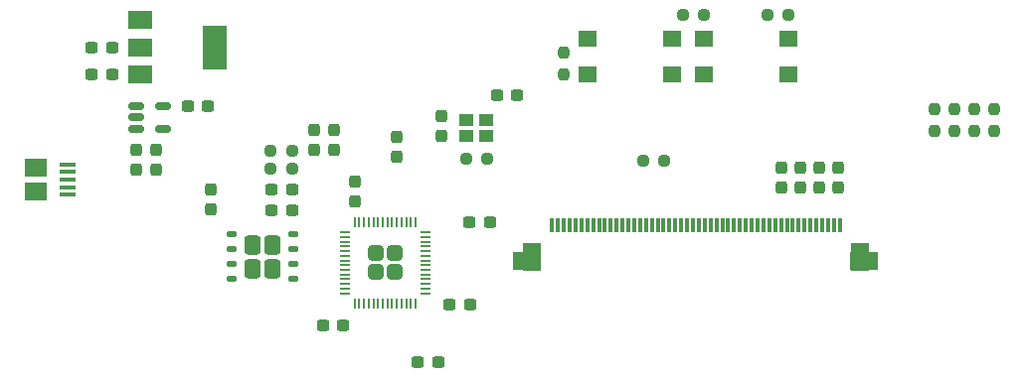
<source format=gbr>
%TF.GenerationSoftware,KiCad,Pcbnew,(7.0.0)*%
%TF.CreationDate,2023-06-08T20:43:27-04:00*%
%TF.ProjectId,tft controller new,74667420-636f-46e7-9472-6f6c6c657220,rev?*%
%TF.SameCoordinates,Original*%
%TF.FileFunction,Paste,Top*%
%TF.FilePolarity,Positive*%
%FSLAX46Y46*%
G04 Gerber Fmt 4.6, Leading zero omitted, Abs format (unit mm)*
G04 Created by KiCad (PCBNEW (7.0.0)) date 2023-06-08 20:43:27*
%MOMM*%
%LPD*%
G01*
G04 APERTURE LIST*
G04 Aperture macros list*
%AMRoundRect*
0 Rectangle with rounded corners*
0 $1 Rounding radius*
0 $2 $3 $4 $5 $6 $7 $8 $9 X,Y pos of 4 corners*
0 Add a 4 corners polygon primitive as box body*
4,1,4,$2,$3,$4,$5,$6,$7,$8,$9,$2,$3,0*
0 Add four circle primitives for the rounded corners*
1,1,$1+$1,$2,$3*
1,1,$1+$1,$4,$5*
1,1,$1+$1,$6,$7*
1,1,$1+$1,$8,$9*
0 Add four rect primitives between the rounded corners*
20,1,$1+$1,$2,$3,$4,$5,0*
20,1,$1+$1,$4,$5,$6,$7,0*
20,1,$1+$1,$6,$7,$8,$9,0*
20,1,$1+$1,$8,$9,$2,$3,0*%
G04 Aperture macros list end*
%ADD10RoundRect,0.237500X0.300000X0.237500X-0.300000X0.237500X-0.300000X-0.237500X0.300000X-0.237500X0*%
%ADD11RoundRect,0.237500X0.250000X0.237500X-0.250000X0.237500X-0.250000X-0.237500X0.250000X-0.237500X0*%
%ADD12R,1.600000X1.400000*%
%ADD13RoundRect,0.237500X0.237500X-0.250000X0.237500X0.250000X-0.237500X0.250000X-0.237500X-0.250000X0*%
%ADD14RoundRect,0.237500X0.237500X-0.300000X0.237500X0.300000X-0.237500X0.300000X-0.237500X-0.300000X0*%
%ADD15R,2.000000X1.500000*%
%ADD16R,2.000000X3.800000*%
%ADD17RoundRect,0.237500X-0.250000X-0.237500X0.250000X-0.237500X0.250000X0.237500X-0.250000X0.237500X0*%
%ADD18RoundRect,0.249999X0.395001X-0.395001X0.395001X0.395001X-0.395001X0.395001X-0.395001X-0.395001X0*%
%ADD19RoundRect,0.050000X0.050000X-0.387500X0.050000X0.387500X-0.050000X0.387500X-0.050000X-0.387500X0*%
%ADD20RoundRect,0.050000X0.387500X-0.050000X0.387500X0.050000X-0.387500X0.050000X-0.387500X-0.050000X0*%
%ADD21RoundRect,0.237500X-0.300000X-0.237500X0.300000X-0.237500X0.300000X0.237500X-0.300000X0.237500X0*%
%ADD22RoundRect,0.237500X-0.237500X0.300000X-0.237500X-0.300000X0.237500X-0.300000X0.237500X0.300000X0*%
%ADD23RoundRect,0.150000X-0.512500X-0.150000X0.512500X-0.150000X0.512500X0.150000X-0.512500X0.150000X0*%
%ADD24R,2.400000X1.600000*%
%ADD25R,1.600000X2.400000*%
%ADD26R,0.300000X1.200000*%
%ADD27R,1.150000X1.000000*%
%ADD28R,1.350000X0.400000*%
%ADD29R,1.900000X1.500000*%
%ADD30RoundRect,0.250000X-0.435000X-0.555000X0.435000X-0.555000X0.435000X0.555000X-0.435000X0.555000X0*%
%ADD31RoundRect,0.125000X-0.262500X-0.125000X0.262500X-0.125000X0.262500X0.125000X-0.262500X0.125000X0*%
G04 APERTURE END LIST*
D10*
%TO.C,C3*%
X98862500Y-108700000D03*
X97137500Y-108700000D03*
%TD*%
D11*
%TO.C,R2*%
X83712500Y-97100000D03*
X81887500Y-97100000D03*
%TD*%
D12*
%TO.C,SW1*%
X118799999Y-85999999D03*
X125999999Y-85999999D03*
X118799999Y-88999999D03*
X125999999Y-88999999D03*
%TD*%
D13*
%TO.C,R6*%
X106800000Y-89000000D03*
X106800000Y-87175000D03*
%TD*%
D14*
%TO.C,C16*%
X128600000Y-98662500D03*
X128600000Y-96937500D03*
%TD*%
%TO.C,C17*%
X127000000Y-98662500D03*
X127000000Y-96937500D03*
%TD*%
D12*
%TO.C,SW2*%
X108899999Y-85999999D03*
X116099999Y-85999999D03*
X108899999Y-88999999D03*
X116099999Y-88999999D03*
%TD*%
D11*
%TO.C,R7*%
X115412500Y-96400000D03*
X113587500Y-96400000D03*
%TD*%
D14*
%TO.C,C1*%
X89031260Y-99862500D03*
X89031260Y-98137500D03*
%TD*%
D10*
%TO.C,C6*%
X83700000Y-98800000D03*
X81975000Y-98800000D03*
%TD*%
D14*
%TO.C,C11*%
X85600000Y-95462500D03*
X85600000Y-93737500D03*
%TD*%
D15*
%TO.C,U3*%
X70799999Y-84399999D03*
X70799999Y-86699999D03*
D16*
X77099999Y-86699999D03*
D15*
X70799999Y-88999999D03*
%TD*%
D17*
%TO.C,R5*%
X124175000Y-83900000D03*
X126000000Y-83900000D03*
%TD*%
D14*
%TO.C,C18*%
X125350000Y-98662500D03*
X125350000Y-96937500D03*
%TD*%
D18*
%TO.C,U2*%
X90831260Y-105900000D03*
X92431260Y-105900000D03*
X90831260Y-104300000D03*
X92431260Y-104300000D03*
D19*
X89031260Y-108537500D03*
X89431260Y-108537500D03*
X89831260Y-108537500D03*
X90231260Y-108537500D03*
X90631260Y-108537500D03*
X91031260Y-108537500D03*
X91431260Y-108537500D03*
X91831260Y-108537500D03*
X92231260Y-108537500D03*
X92631260Y-108537500D03*
X93031260Y-108537500D03*
X93431260Y-108537500D03*
X93831260Y-108537500D03*
X94231260Y-108537500D03*
D20*
X95068760Y-107700000D03*
X95068760Y-107300000D03*
X95068760Y-106900000D03*
X95068760Y-106500000D03*
X95068760Y-106100000D03*
X95068760Y-105700000D03*
X95068760Y-105300000D03*
X95068760Y-104900000D03*
X95068760Y-104500000D03*
X95068760Y-104100000D03*
X95068760Y-103700000D03*
X95068760Y-103300000D03*
X95068760Y-102900000D03*
X95068760Y-102500000D03*
D19*
X94231260Y-101662500D03*
X93831260Y-101662500D03*
X93431260Y-101662500D03*
X93031260Y-101662500D03*
X92631260Y-101662500D03*
X92231260Y-101662500D03*
X91831260Y-101662500D03*
X91431260Y-101662500D03*
X91031260Y-101662500D03*
X90631260Y-101662500D03*
X90231260Y-101662500D03*
X89831260Y-101662500D03*
X89431260Y-101662500D03*
X89031260Y-101662500D03*
D20*
X88193760Y-102500000D03*
X88193760Y-102900000D03*
X88193760Y-103300000D03*
X88193760Y-103700000D03*
X88193760Y-104100000D03*
X88193760Y-104500000D03*
X88193760Y-104900000D03*
X88193760Y-105300000D03*
X88193760Y-105700000D03*
X88193760Y-106100000D03*
X88193760Y-106500000D03*
X88193760Y-106900000D03*
X88193760Y-107300000D03*
X88193760Y-107700000D03*
%TD*%
D21*
%TO.C,C9*%
X98837500Y-101600000D03*
X100562500Y-101600000D03*
%TD*%
D17*
%TO.C,R4*%
X116975000Y-83900000D03*
X118800000Y-83900000D03*
%TD*%
D13*
%TO.C,R9*%
X141800000Y-93812500D03*
X141800000Y-91987500D03*
%TD*%
%TO.C,R10*%
X140100000Y-93812500D03*
X140100000Y-91987500D03*
%TD*%
D22*
%TO.C,C20*%
X70462500Y-95437500D03*
X70462500Y-97162500D03*
%TD*%
D13*
%TO.C,R8*%
X143500000Y-93812500D03*
X143500000Y-91987500D03*
%TD*%
D10*
%TO.C,C14*%
X68362500Y-89000000D03*
X66637500Y-89000000D03*
%TD*%
D17*
%TO.C,R1*%
X98525000Y-96200000D03*
X100350000Y-96200000D03*
%TD*%
D23*
%TO.C,U4*%
X70462500Y-91750000D03*
X70462500Y-92700000D03*
X70462500Y-93650000D03*
X72737500Y-93650000D03*
X72737500Y-91750000D03*
%TD*%
D24*
%TO.C,DS1*%
X132449999Y-104974999D03*
D25*
X132049999Y-104574999D03*
X104149999Y-104574999D03*
D24*
X103749999Y-104974999D03*
D26*
X130349999Y-101874999D03*
X129849999Y-101874999D03*
X129349999Y-101874999D03*
X128849999Y-101874999D03*
X128349999Y-101874999D03*
X127849999Y-101874999D03*
X127349999Y-101874999D03*
X126849999Y-101874999D03*
X126349999Y-101874999D03*
X125849999Y-101874999D03*
X125349999Y-101874999D03*
X124849999Y-101874999D03*
X124349999Y-101874999D03*
X123849999Y-101874999D03*
X123349999Y-101874999D03*
X122849999Y-101874999D03*
X122349999Y-101874999D03*
X121849999Y-101874999D03*
X121349999Y-101874999D03*
X120849999Y-101874999D03*
X120349999Y-101874999D03*
X119849999Y-101874999D03*
X119349999Y-101874999D03*
X118849999Y-101874999D03*
X118349999Y-101874999D03*
X117849999Y-101874999D03*
X117349999Y-101874999D03*
X116849999Y-101874999D03*
X116349999Y-101874999D03*
X115849999Y-101874999D03*
X115349999Y-101874999D03*
X114849999Y-101874999D03*
X114349999Y-101874999D03*
X113849999Y-101874999D03*
X113349999Y-101874999D03*
X112849999Y-101874999D03*
X112349999Y-101874999D03*
X111849999Y-101874999D03*
X111349999Y-101874999D03*
X110849999Y-101874999D03*
X110349999Y-101874999D03*
X109849999Y-101874999D03*
X109349999Y-101874999D03*
X108849999Y-101874999D03*
X108349999Y-101874999D03*
X107849999Y-101874999D03*
X107349999Y-101874999D03*
X106849999Y-101874999D03*
X106349999Y-101874999D03*
X105849999Y-101874999D03*
%TD*%
D14*
%TO.C,C7*%
X87300000Y-95462500D03*
X87300000Y-93737500D03*
%TD*%
%TO.C,C19*%
X130200000Y-98662500D03*
X130200000Y-96937500D03*
%TD*%
D10*
%TO.C,C5*%
X88062500Y-110400000D03*
X86337500Y-110400000D03*
%TD*%
D27*
%TO.C,Y1*%
X98524999Y-94299999D03*
X100274999Y-94299999D03*
X100274999Y-92899999D03*
X98524999Y-92899999D03*
%TD*%
D13*
%TO.C,R11*%
X138410000Y-93812500D03*
X138410000Y-91987500D03*
%TD*%
D14*
%TO.C,C8*%
X76800000Y-100562500D03*
X76800000Y-98837500D03*
%TD*%
D28*
%TO.C,J1*%
X64562499Y-96699999D03*
X64562499Y-97349999D03*
X64562499Y-97999999D03*
X64562499Y-98649999D03*
X64562499Y-99299999D03*
D29*
X61862499Y-96999999D03*
X61862499Y-98999999D03*
%TD*%
D10*
%TO.C,C10*%
X83700000Y-100600000D03*
X81975000Y-100600000D03*
%TD*%
D21*
%TO.C,C12*%
X101137500Y-90800000D03*
X102862500Y-90800000D03*
%TD*%
D11*
%TO.C,R3*%
X83712500Y-95500000D03*
X81887500Y-95500000D03*
%TD*%
D14*
%TO.C,C2*%
X92631260Y-96062500D03*
X92631260Y-94337500D03*
%TD*%
D30*
%TO.C,U1*%
X80340000Y-103595000D03*
X80340000Y-105595000D03*
X82040000Y-103595000D03*
X82040000Y-105595000D03*
D31*
X78527500Y-102690000D03*
X78527500Y-103960000D03*
X78527500Y-105230000D03*
X78527500Y-106500000D03*
X83852500Y-106500000D03*
X83852500Y-105230000D03*
X83852500Y-103960000D03*
X83852500Y-102690000D03*
%TD*%
D22*
%TO.C,C22*%
X72100000Y-95437500D03*
X72100000Y-97162500D03*
%TD*%
D21*
%TO.C,C4*%
X94437500Y-113600000D03*
X96162500Y-113600000D03*
%TD*%
%TO.C,C21*%
X74837500Y-91750000D03*
X76562500Y-91750000D03*
%TD*%
D10*
%TO.C,C15*%
X68362500Y-86700000D03*
X66637500Y-86700000D03*
%TD*%
D14*
%TO.C,C13*%
X96400000Y-94300000D03*
X96400000Y-92575000D03*
%TD*%
M02*

</source>
